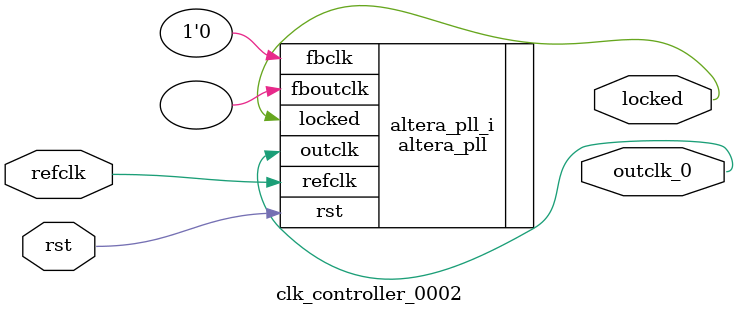
<source format=v>
`timescale 1ns/10ps
module  clk_controller_0002(

	// interface 'refclk'
	input wire refclk,

	// interface 'reset'
	input wire rst,

	// interface 'outclk0'
	output wire outclk_0,

	// interface 'locked'
	output wire locked
);

	altera_pll #(
		.fractional_vco_multiplier("false"),
		.reference_clock_frequency("50.0 MHz"),
		.operation_mode("direct"),
		.number_of_clocks(1),
		.output_clock_frequency0("65.000000 MHz"),
		.phase_shift0("0 ps"),
		.duty_cycle0(50),
		.output_clock_frequency1("0 MHz"),
		.phase_shift1("0 ps"),
		.duty_cycle1(50),
		.output_clock_frequency2("0 MHz"),
		.phase_shift2("0 ps"),
		.duty_cycle2(50),
		.output_clock_frequency3("0 MHz"),
		.phase_shift3("0 ps"),
		.duty_cycle3(50),
		.output_clock_frequency4("0 MHz"),
		.phase_shift4("0 ps"),
		.duty_cycle4(50),
		.output_clock_frequency5("0 MHz"),
		.phase_shift5("0 ps"),
		.duty_cycle5(50),
		.output_clock_frequency6("0 MHz"),
		.phase_shift6("0 ps"),
		.duty_cycle6(50),
		.output_clock_frequency7("0 MHz"),
		.phase_shift7("0 ps"),
		.duty_cycle7(50),
		.output_clock_frequency8("0 MHz"),
		.phase_shift8("0 ps"),
		.duty_cycle8(50),
		.output_clock_frequency9("0 MHz"),
		.phase_shift9("0 ps"),
		.duty_cycle9(50),
		.output_clock_frequency10("0 MHz"),
		.phase_shift10("0 ps"),
		.duty_cycle10(50),
		.output_clock_frequency11("0 MHz"),
		.phase_shift11("0 ps"),
		.duty_cycle11(50),
		.output_clock_frequency12("0 MHz"),
		.phase_shift12("0 ps"),
		.duty_cycle12(50),
		.output_clock_frequency13("0 MHz"),
		.phase_shift13("0 ps"),
		.duty_cycle13(50),
		.output_clock_frequency14("0 MHz"),
		.phase_shift14("0 ps"),
		.duty_cycle14(50),
		.output_clock_frequency15("0 MHz"),
		.phase_shift15("0 ps"),
		.duty_cycle15(50),
		.output_clock_frequency16("0 MHz"),
		.phase_shift16("0 ps"),
		.duty_cycle16(50),
		.output_clock_frequency17("0 MHz"),
		.phase_shift17("0 ps"),
		.duty_cycle17(50),
		.pll_type("General"),
		.pll_subtype("General")
	) altera_pll_i (
		.rst	(rst),
		.outclk	({outclk_0}),
		.locked	(locked),
		.fboutclk	( ),
		.fbclk	(1'b0),
		.refclk	(refclk)
	);
endmodule


</source>
